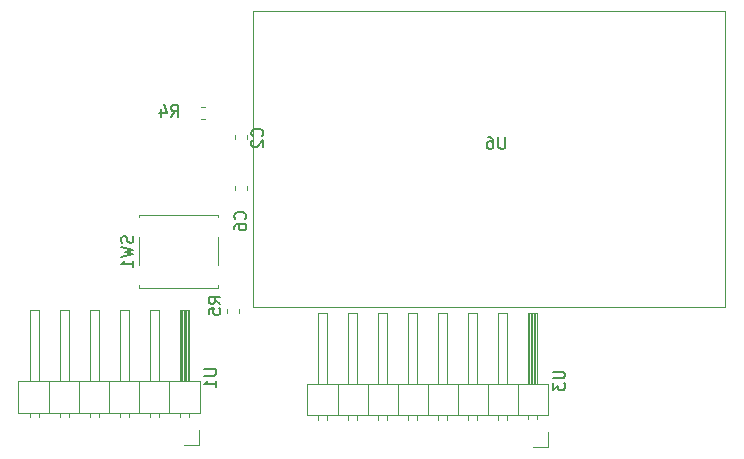
<source format=gbr>
G04 #@! TF.GenerationSoftware,KiCad,Pcbnew,(5.1.4)-1*
G04 #@! TF.CreationDate,2019-11-03T20:25:49+01:00*
G04 #@! TF.ProjectId,121019_breakoutBoard_cureBag_V1,31323130-3139-45f6-9272-65616b6f7574,rev?*
G04 #@! TF.SameCoordinates,Original*
G04 #@! TF.FileFunction,Legend,Bot*
G04 #@! TF.FilePolarity,Positive*
%FSLAX46Y46*%
G04 Gerber Fmt 4.6, Leading zero omitted, Abs format (unit mm)*
G04 Created by KiCad (PCBNEW (5.1.4)-1) date 2019-11-03 20:25:49*
%MOMM*%
%LPD*%
G04 APERTURE LIST*
%ADD10C,0.120000*%
%ADD11C,0.150000*%
G04 APERTURE END LIST*
D10*
X120614400Y-105286200D02*
X120614400Y-80286200D01*
X120614400Y-80286200D02*
X160614400Y-80286200D01*
X160614400Y-105286200D02*
X120614400Y-105286200D01*
X160614400Y-80286200D02*
X160614400Y-105286200D01*
X145567400Y-117195600D02*
X145567400Y-115925600D01*
X144297400Y-117195600D02*
X145567400Y-117195600D01*
X126137400Y-114882671D02*
X126137400Y-114485600D01*
X126897400Y-114882671D02*
X126897400Y-114485600D01*
X126137400Y-105825600D02*
X126137400Y-111825600D01*
X126897400Y-105825600D02*
X126137400Y-105825600D01*
X126897400Y-111825600D02*
X126897400Y-105825600D01*
X127787400Y-114485600D02*
X127787400Y-111825600D01*
X128677400Y-114882671D02*
X128677400Y-114485600D01*
X129437400Y-114882671D02*
X129437400Y-114485600D01*
X128677400Y-105825600D02*
X128677400Y-111825600D01*
X129437400Y-105825600D02*
X128677400Y-105825600D01*
X129437400Y-111825600D02*
X129437400Y-105825600D01*
X130327400Y-114485600D02*
X130327400Y-111825600D01*
X131217400Y-114882671D02*
X131217400Y-114485600D01*
X131977400Y-114882671D02*
X131977400Y-114485600D01*
X131217400Y-105825600D02*
X131217400Y-111825600D01*
X131977400Y-105825600D02*
X131217400Y-105825600D01*
X131977400Y-111825600D02*
X131977400Y-105825600D01*
X132867400Y-114485600D02*
X132867400Y-111825600D01*
X133757400Y-114882671D02*
X133757400Y-114485600D01*
X134517400Y-114882671D02*
X134517400Y-114485600D01*
X133757400Y-105825600D02*
X133757400Y-111825600D01*
X134517400Y-105825600D02*
X133757400Y-105825600D01*
X134517400Y-111825600D02*
X134517400Y-105825600D01*
X135407400Y-114485600D02*
X135407400Y-111825600D01*
X136297400Y-114882671D02*
X136297400Y-114485600D01*
X137057400Y-114882671D02*
X137057400Y-114485600D01*
X136297400Y-105825600D02*
X136297400Y-111825600D01*
X137057400Y-105825600D02*
X136297400Y-105825600D01*
X137057400Y-111825600D02*
X137057400Y-105825600D01*
X137947400Y-114485600D02*
X137947400Y-111825600D01*
X138837400Y-114882671D02*
X138837400Y-114485600D01*
X139597400Y-114882671D02*
X139597400Y-114485600D01*
X138837400Y-105825600D02*
X138837400Y-111825600D01*
X139597400Y-105825600D02*
X138837400Y-105825600D01*
X139597400Y-111825600D02*
X139597400Y-105825600D01*
X140487400Y-114485600D02*
X140487400Y-111825600D01*
X141377400Y-114882671D02*
X141377400Y-114485600D01*
X142137400Y-114882671D02*
X142137400Y-114485600D01*
X141377400Y-105825600D02*
X141377400Y-111825600D01*
X142137400Y-105825600D02*
X141377400Y-105825600D01*
X142137400Y-111825600D02*
X142137400Y-105825600D01*
X143027400Y-114485600D02*
X143027400Y-111825600D01*
X143917400Y-114815600D02*
X143917400Y-114485600D01*
X144677400Y-114815600D02*
X144677400Y-114485600D01*
X144017400Y-111825600D02*
X144017400Y-105825600D01*
X144137400Y-111825600D02*
X144137400Y-105825600D01*
X144257400Y-111825600D02*
X144257400Y-105825600D01*
X144377400Y-111825600D02*
X144377400Y-105825600D01*
X144497400Y-111825600D02*
X144497400Y-105825600D01*
X144617400Y-111825600D02*
X144617400Y-105825600D01*
X143917400Y-105825600D02*
X143917400Y-111825600D01*
X144677400Y-105825600D02*
X143917400Y-105825600D01*
X144677400Y-111825600D02*
X144677400Y-105825600D01*
X145627400Y-111825600D02*
X145627400Y-114485600D01*
X125187400Y-111825600D02*
X145627400Y-111825600D01*
X125187400Y-114485600D02*
X125187400Y-111825600D01*
X145627400Y-114485600D02*
X125187400Y-114485600D01*
X116052600Y-116967000D02*
X116052600Y-115697000D01*
X114782600Y-116967000D02*
X116052600Y-116967000D01*
X101702600Y-114654071D02*
X101702600Y-114257000D01*
X102462600Y-114654071D02*
X102462600Y-114257000D01*
X101702600Y-105597000D02*
X101702600Y-111597000D01*
X102462600Y-105597000D02*
X101702600Y-105597000D01*
X102462600Y-111597000D02*
X102462600Y-105597000D01*
X103352600Y-114257000D02*
X103352600Y-111597000D01*
X104242600Y-114654071D02*
X104242600Y-114257000D01*
X105002600Y-114654071D02*
X105002600Y-114257000D01*
X104242600Y-105597000D02*
X104242600Y-111597000D01*
X105002600Y-105597000D02*
X104242600Y-105597000D01*
X105002600Y-111597000D02*
X105002600Y-105597000D01*
X105892600Y-114257000D02*
X105892600Y-111597000D01*
X106782600Y-114654071D02*
X106782600Y-114257000D01*
X107542600Y-114654071D02*
X107542600Y-114257000D01*
X106782600Y-105597000D02*
X106782600Y-111597000D01*
X107542600Y-105597000D02*
X106782600Y-105597000D01*
X107542600Y-111597000D02*
X107542600Y-105597000D01*
X108432600Y-114257000D02*
X108432600Y-111597000D01*
X109322600Y-114654071D02*
X109322600Y-114257000D01*
X110082600Y-114654071D02*
X110082600Y-114257000D01*
X109322600Y-105597000D02*
X109322600Y-111597000D01*
X110082600Y-105597000D02*
X109322600Y-105597000D01*
X110082600Y-111597000D02*
X110082600Y-105597000D01*
X110972600Y-114257000D02*
X110972600Y-111597000D01*
X111862600Y-114654071D02*
X111862600Y-114257000D01*
X112622600Y-114654071D02*
X112622600Y-114257000D01*
X111862600Y-105597000D02*
X111862600Y-111597000D01*
X112622600Y-105597000D02*
X111862600Y-105597000D01*
X112622600Y-111597000D02*
X112622600Y-105597000D01*
X113512600Y-114257000D02*
X113512600Y-111597000D01*
X114402600Y-114587000D02*
X114402600Y-114257000D01*
X115162600Y-114587000D02*
X115162600Y-114257000D01*
X114502600Y-111597000D02*
X114502600Y-105597000D01*
X114622600Y-111597000D02*
X114622600Y-105597000D01*
X114742600Y-111597000D02*
X114742600Y-105597000D01*
X114862600Y-111597000D02*
X114862600Y-105597000D01*
X114982600Y-111597000D02*
X114982600Y-105597000D01*
X115102600Y-111597000D02*
X115102600Y-105597000D01*
X114402600Y-105597000D02*
X114402600Y-111597000D01*
X115162600Y-105597000D02*
X114402600Y-105597000D01*
X115162600Y-111597000D02*
X115162600Y-105597000D01*
X116112600Y-111597000D02*
X116112600Y-114257000D01*
X100752600Y-111597000D02*
X116112600Y-111597000D01*
X100752600Y-114257000D02*
X100752600Y-111597000D01*
X116112600Y-114257000D02*
X100752600Y-114257000D01*
X116517267Y-89410000D02*
X116174733Y-89410000D01*
X116517267Y-88390000D02*
X116174733Y-88390000D01*
X117624600Y-103684000D02*
X110924600Y-103684000D01*
X110924600Y-97484000D02*
X117624600Y-97484000D01*
X110924600Y-99384000D02*
X110924600Y-101784000D01*
X117624600Y-99384000D02*
X117624600Y-101784000D01*
X117624600Y-97484000D02*
X117624600Y-97684000D01*
X117624600Y-103684000D02*
X117624600Y-103484000D01*
X110924600Y-103684000D02*
X110924600Y-103484000D01*
X110924600Y-97484000D02*
X110924600Y-97684000D01*
X118412800Y-105809867D02*
X118412800Y-105467333D01*
X119432800Y-105809867D02*
X119432800Y-105467333D01*
X120067800Y-95064733D02*
X120067800Y-95407267D01*
X119047800Y-95064733D02*
X119047800Y-95407267D01*
X120067800Y-90746733D02*
X120067800Y-91089267D01*
X119047800Y-90746733D02*
X119047800Y-91089267D01*
D11*
X141960504Y-90917780D02*
X141960504Y-91727304D01*
X141912885Y-91822542D01*
X141865266Y-91870161D01*
X141770028Y-91917780D01*
X141579552Y-91917780D01*
X141484314Y-91870161D01*
X141436695Y-91822542D01*
X141389076Y-91727304D01*
X141389076Y-90917780D01*
X140484314Y-90917780D02*
X140674790Y-90917780D01*
X140770028Y-90965400D01*
X140817647Y-91013019D01*
X140912885Y-91155876D01*
X140960504Y-91346352D01*
X140960504Y-91727304D01*
X140912885Y-91822542D01*
X140865266Y-91870161D01*
X140770028Y-91917780D01*
X140579552Y-91917780D01*
X140484314Y-91870161D01*
X140436695Y-91822542D01*
X140389076Y-91727304D01*
X140389076Y-91489209D01*
X140436695Y-91393971D01*
X140484314Y-91346352D01*
X140579552Y-91298733D01*
X140770028Y-91298733D01*
X140865266Y-91346352D01*
X140912885Y-91393971D01*
X140960504Y-91489209D01*
X146019780Y-110778695D02*
X146829304Y-110778695D01*
X146924542Y-110826314D01*
X146972161Y-110873933D01*
X147019780Y-110969171D01*
X147019780Y-111159647D01*
X146972161Y-111254885D01*
X146924542Y-111302504D01*
X146829304Y-111350123D01*
X146019780Y-111350123D01*
X146019780Y-111731076D02*
X146019780Y-112350123D01*
X146400733Y-112016790D01*
X146400733Y-112159647D01*
X146448352Y-112254885D01*
X146495971Y-112302504D01*
X146591209Y-112350123D01*
X146829304Y-112350123D01*
X146924542Y-112302504D01*
X146972161Y-112254885D01*
X147019780Y-112159647D01*
X147019780Y-111873933D01*
X146972161Y-111778695D01*
X146924542Y-111731076D01*
X116504980Y-110550095D02*
X117314504Y-110550095D01*
X117409742Y-110597714D01*
X117457361Y-110645333D01*
X117504980Y-110740571D01*
X117504980Y-110931047D01*
X117457361Y-111026285D01*
X117409742Y-111073904D01*
X117314504Y-111121523D01*
X116504980Y-111121523D01*
X117504980Y-112121523D02*
X117504980Y-111550095D01*
X117504980Y-111835809D02*
X116504980Y-111835809D01*
X116647838Y-111740571D01*
X116743076Y-111645333D01*
X116790695Y-111550095D01*
X113693266Y-89199980D02*
X114026600Y-88723790D01*
X114264695Y-89199980D02*
X114264695Y-88199980D01*
X113883742Y-88199980D01*
X113788504Y-88247600D01*
X113740885Y-88295219D01*
X113693266Y-88390457D01*
X113693266Y-88533314D01*
X113740885Y-88628552D01*
X113788504Y-88676171D01*
X113883742Y-88723790D01*
X114264695Y-88723790D01*
X112836123Y-88533314D02*
X112836123Y-89199980D01*
X113074219Y-88152361D02*
X113312314Y-88866647D01*
X112693266Y-88866647D01*
X110412161Y-99301466D02*
X110459780Y-99444323D01*
X110459780Y-99682419D01*
X110412161Y-99777657D01*
X110364542Y-99825276D01*
X110269304Y-99872895D01*
X110174066Y-99872895D01*
X110078828Y-99825276D01*
X110031209Y-99777657D01*
X109983590Y-99682419D01*
X109935971Y-99491942D01*
X109888352Y-99396704D01*
X109840733Y-99349085D01*
X109745495Y-99301466D01*
X109650257Y-99301466D01*
X109555019Y-99349085D01*
X109507400Y-99396704D01*
X109459780Y-99491942D01*
X109459780Y-99730038D01*
X109507400Y-99872895D01*
X109459780Y-100206228D02*
X110459780Y-100444323D01*
X109745495Y-100634800D01*
X110459780Y-100825276D01*
X109459780Y-101063371D01*
X110459780Y-101968133D02*
X110459780Y-101396704D01*
X110459780Y-101682419D02*
X109459780Y-101682419D01*
X109602638Y-101587180D01*
X109697876Y-101491942D01*
X109745495Y-101396704D01*
X117851180Y-105040133D02*
X117374990Y-104706800D01*
X117851180Y-104468704D02*
X116851180Y-104468704D01*
X116851180Y-104849657D01*
X116898800Y-104944895D01*
X116946419Y-104992514D01*
X117041657Y-105040133D01*
X117184514Y-105040133D01*
X117279752Y-104992514D01*
X117327371Y-104944895D01*
X117374990Y-104849657D01*
X117374990Y-104468704D01*
X116851180Y-105944895D02*
X116851180Y-105468704D01*
X117327371Y-105421085D01*
X117279752Y-105468704D01*
X117232133Y-105563942D01*
X117232133Y-105802038D01*
X117279752Y-105897276D01*
X117327371Y-105944895D01*
X117422609Y-105992514D01*
X117660704Y-105992514D01*
X117755942Y-105944895D01*
X117803561Y-105897276D01*
X117851180Y-105802038D01*
X117851180Y-105563942D01*
X117803561Y-105468704D01*
X117755942Y-105421085D01*
X119940342Y-97863333D02*
X119987961Y-97815714D01*
X120035580Y-97672857D01*
X120035580Y-97577619D01*
X119987961Y-97434761D01*
X119892723Y-97339523D01*
X119797485Y-97291904D01*
X119607009Y-97244285D01*
X119464152Y-97244285D01*
X119273676Y-97291904D01*
X119178438Y-97339523D01*
X119083200Y-97434761D01*
X119035580Y-97577619D01*
X119035580Y-97672857D01*
X119083200Y-97815714D01*
X119130819Y-97863333D01*
X119035580Y-98720476D02*
X119035580Y-98530000D01*
X119083200Y-98434761D01*
X119130819Y-98387142D01*
X119273676Y-98291904D01*
X119464152Y-98244285D01*
X119845104Y-98244285D01*
X119940342Y-98291904D01*
X119987961Y-98339523D01*
X120035580Y-98434761D01*
X120035580Y-98625238D01*
X119987961Y-98720476D01*
X119940342Y-98768095D01*
X119845104Y-98815714D01*
X119607009Y-98815714D01*
X119511771Y-98768095D01*
X119464152Y-98720476D01*
X119416533Y-98625238D01*
X119416533Y-98434761D01*
X119464152Y-98339523D01*
X119511771Y-98291904D01*
X119607009Y-98244285D01*
X121388142Y-90827533D02*
X121435761Y-90779914D01*
X121483380Y-90637057D01*
X121483380Y-90541819D01*
X121435761Y-90398961D01*
X121340523Y-90303723D01*
X121245285Y-90256104D01*
X121054809Y-90208485D01*
X120911952Y-90208485D01*
X120721476Y-90256104D01*
X120626238Y-90303723D01*
X120531000Y-90398961D01*
X120483380Y-90541819D01*
X120483380Y-90637057D01*
X120531000Y-90779914D01*
X120578619Y-90827533D01*
X120578619Y-91208485D02*
X120531000Y-91256104D01*
X120483380Y-91351342D01*
X120483380Y-91589438D01*
X120531000Y-91684676D01*
X120578619Y-91732295D01*
X120673857Y-91779914D01*
X120769095Y-91779914D01*
X120911952Y-91732295D01*
X121483380Y-91160866D01*
X121483380Y-91779914D01*
M02*

</source>
